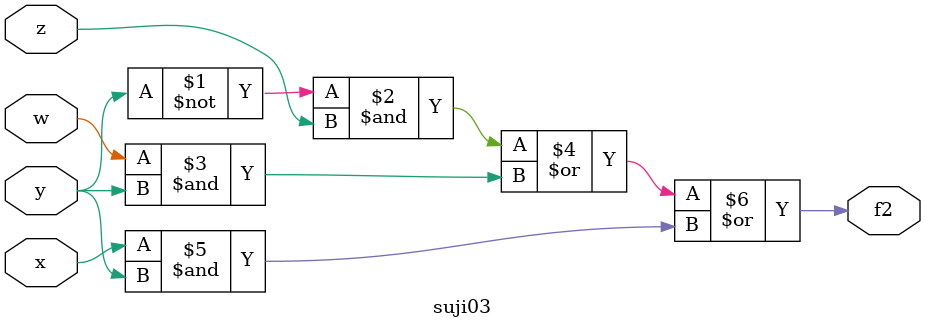
<source format=v>
module suji03(w,x,y,z,f2); 
input w,x,y,z; 
output f2; 
assign f2=((~y & z)|( w & y )|(x & y)); 
endmodule
</source>
